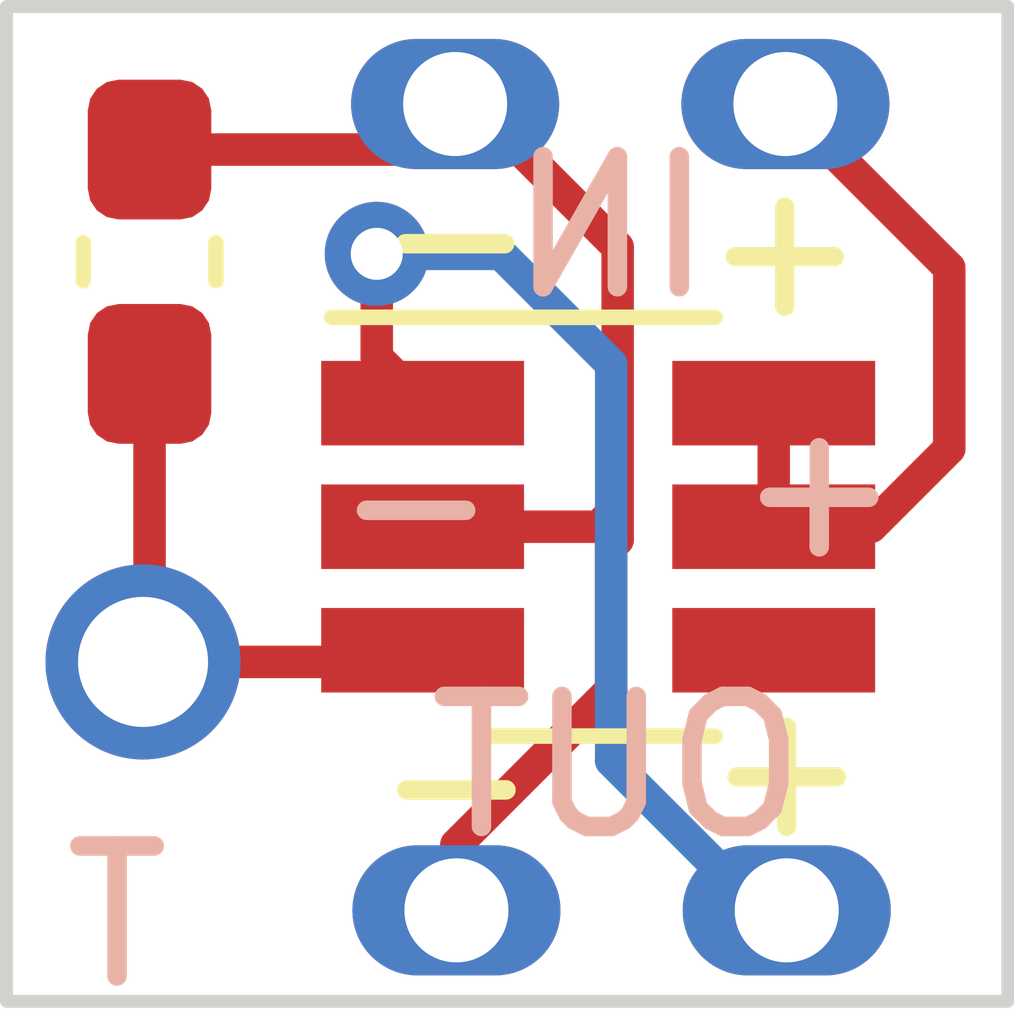
<source format=kicad_pcb>
(kicad_pcb (version 20211014) (generator pcbnew)
  (layers (0 "F.Cu" signal) (31 "B.Cu" signal) (34 "B.Paste" user) (35 "F.Paste" user) (36 "B.SilkS" user "B.Silkscreen") (37 "F.SilkS" user "F.Silkscreen") (38 "B.Mask" user) (39 "F.Mask" user) (44 "Edge.Cuts" user))
  (net 0 "")
  (net 1 "Net-(C1-Pad1)")
  (net 2 "Net-(C1-Pad2)")
  (net 3 "Net-(U1-Pad2)")
  (net 4 "Net-(U2-Pad2)")
  (footprint "battery_connector_custom:vcc_gnd_2pin_custom_thin" (layer "F.Cu") (at 136.38 83.05)
    (fp_text reference "U1" hide)
    (fp_text value "battery_custom" hide)
    (fp_text user "+" (at 1.27 -1.1) (layer "F.SilkS"))
    (fp_text user "-" (at -1.27 -1) (layer "F.SilkS"))
    (pad "1" thru_hole oval (at -1.27 0) (size 1.6 1) (drill 0.8) (layers *.Cu *.Mask) (net 2 "Net-(C1-Pad2)"))
    (pad "2" thru_hole oval (at 1.27 0) (size 1.6 1) (drill 0.8) (layers *.Cu *.Mask) (net 3 "Net-(U1-Pad2)"))
  )
  (footprint "Package_TO_SOT_SMD:SOT-23-6_Handsoldering" (layer "F.Cu") (at 136.2 80.1)
    (fp_text reference "U3" hide)
    (fp_text value "ttp-223" hide)
    (fp_line (start -0.9 1.61) (end 0.9 1.61) (layer "F.SilkS") (width 0.12))
    (fp_line (start 0.9 -1.61) (end -2.05 -1.61) (layer "F.SilkS") (width 0.12))
    (pad "1" smd rect (at -1.35 -0.95) (size 1.56 0.65) (layers "F.Cu" "F.Paste" "F.Mask") (net 3 "Net-(U1-Pad2)"))
    (pad "2" smd rect (at -1.35 0) (size 1.56 0.65) (layers "F.Cu" "F.Paste" "F.Mask") (net 2 "Net-(C1-Pad2)"))
    (pad "3" smd rect (at -1.35 0.95) (size 1.56 0.65) (layers "F.Cu" "F.Paste" "F.Mask") (net 1 "Net-(C1-Pad1)"))
    (pad "4" smd rect (at 1.35 0.95) (size 1.56 0.65) (layers "F.Cu" "F.Paste" "F.Mask"))
    (pad "5" smd rect (at 1.35 0) (size 1.56 0.65) (layers "F.Cu" "F.Paste" "F.Mask") (net 4 "Net-(U2-Pad2)"))
    (pad "6" smd rect (at 1.35 -0.95) (size 1.56 0.65) (layers "F.Cu" "F.Paste" "F.Mask") (net 4 "Net-(U2-Pad2)"))
  )
  (footprint "battery_connector_custom:vcc_gnd_2pin_custom_thin" (layer "F.Cu") (at 136.37 76.85)
    (fp_text reference "U2" hide)
    (fp_text value "battery_custom" hide)
    (fp_text user "-" (at -1.27 1) (layer "F.SilkS"))
    (fp_text user "+" (at 1.26492 1.1) (layer "F.SilkS"))
    (pad "1" thru_hole oval (at -1.27 0) (size 1.6 1) (drill 0.8) (layers *.Cu *.Mask) (net 2 "Net-(C1-Pad2)"))
    (pad "2" thru_hole oval (at 1.27 0) (size 1.6 1) (drill 0.8) (layers *.Cu *.Mask) (net 4 "Net-(U2-Pad2)"))
  )
  (footprint "custom_connectors:1mm_test_point" (layer "F.Cu") (at 132.7 81.15)
    (fp_text reference "TP1" hide)
    (fp_text value "TestPoint" hide)
    (pad "1" thru_hole circle locked (at 0 -0.01016) (size 1.5 1.5) (drill 1) (layers *.Cu *.Mask) (net 1 "Net-(C1-Pad1)"))
  )
  (footprint "Capacitor_SMD:C_0603_1608Metric_Pad1.08x0.95mm_HandSolder" (layer "F.Cu") (at 132.75 78.0625 90)
    (fp_text reference "C1" hide)
    (fp_text value "C" hide)
    (fp_line (start -0.146267 0.51) (end 0.146267 0.51) (layer "F.SilkS") (width 0.12))
    (fp_line (start -0.146267 -0.51) (end 0.146267 -0.51) (layer "F.SilkS") (width 0.12))
    (pad "1" smd roundrect (at -0.8625 0 90) (size 1.075 0.95) (layers "F.Cu" "F.Paste" "F.Mask") (net 1 "Net-(C1-Pad1)"))
    (pad "2" smd roundrect (at 0.8625 0 90) (size 1.075 0.95) (layers "F.Cu" "F.Paste" "F.Mask") (net 2 "Net-(C1-Pad2)"))
  )
  (gr_rect (start 131.65 76.1) (end 139.35 83.75) (layer "Edge.Cuts") (width 0.1) (fill none))
  (gr_text "T" (at 132.5 83.1) (layer "B.SilkS") (effects (font (size 1 1))))
  (gr_text "OUT" (at 136.35 81.95) (layer "B.SilkS") (effects (font (size 1 1)) (justify mirror)))
  (gr_text "-" (at 134.8 79.9) (layer "B.SilkS") (effects (font (size 1 1)) (justify mirror)))
  (gr_text "IN" (at 136.3 77.8) (layer "B.SilkS") (effects (font (size 1 1)) (justify mirror)))
  (gr_text "+" (at 137.9 79.8) (layer "B.SilkS") (effects (font (size 1 1)) (justify mirror)))
  (gr_text "T" (at 132.5 83.1) (layer "F.SilkS") (effects (font (size 1 1))))
  (segment (start 134.76016 81.13984) (end 134.85 81.05) (width 0.25) (layer "F.Cu") (net 1))
  (segment (start 132.75 78.925) (end 132.75 81.08984) (width 0.25) (layer "F.Cu") (net 1))
  (segment (start 132.7 81.13984) (end 134.76016 81.13984) (width 0.25) (layer "F.Cu") (net 1))
  (segment (start 132.75 81.08984) (end 132.7 81.13984) (width 0.25) (layer "F.Cu") (net 1))
  (segment (start 136.3 81.355) (end 135.11 82.545) (width 0.25) (layer "F.Cu") (net 2))
  (segment (start 136.2 80.1) (end 136.3 80) (width 0.25) (layer "F.Cu") (net 2))
  (segment (start 134.75 77.2) (end 135.1 76.85) (width 0.25) (layer "F.Cu") (net 2))
  (segment (start 136.3 80) (end 136.3 80.25) (width 0.25) (layer "F.Cu") (net 2))
  (segment (start 135.25 76.85) (end 136.35 77.95) (width 0.25) (layer "F.Cu") (net 2))
  (segment (start 135.1 76.85) (end 135.25 76.85) (width 0.25) (layer "F.Cu") (net 2))
  (segment (start 135.11 82.545) (end 135.11 83.05) (width 0.25) (layer "F.Cu") (net 2))
  (segment (start 136.35 77.95) (end 136.35 80.2) (width 0.25) (layer "F.Cu") (net 2))
  (segment (start 132.75 77.2) (end 134.75 77.2) (width 0.25) (layer "F.Cu") (net 2))
  (segment (start 136.35 80.2) (end 136.3 80.25) (width 0.25) (layer "F.Cu") (net 2))
  (segment (start 136.3 80.25) (end 136.3 81.355) (width 0.25) (layer "F.Cu") (net 2))
  (segment (start 134.85 80.1) (end 136.2 80.1) (width 0.25) (layer "F.Cu") (net 2))
  (segment (start 134.497179 78.797179) (end 134.85 79.15) (width 0.25) (layer "F.Cu") (net 3))
  (segment (start 134.497179 78.00188) (end 134.497179 78.797179) (width 0.25) (layer "F.Cu") (net 3))
  (via (at 134.497179 78.00188) (size 0.8) (drill 0.4) (layers "F.Cu" "B.Cu") (net 3))
  (segment (start 137.45 83.05) (end 137.65 83.05) (width 0.25) (layer "B.Cu") (net 3))
  (segment (start 136.3 81.9) (end 137.45 83.05) (width 0.25) (layer "B.Cu") (net 3))
  (segment (start 135.45188 78.00188) (end 136.3 78.85) (width 0.25) (layer "B.Cu") (net 3))
  (segment (start 136.3 78.85) (end 136.3 81.9) (width 0.25) (layer "B.Cu") (net 3))
  (segment (start 134.497179 78.00188) (end 135.45188 78.00188) (width 0.25) (layer "B.Cu") (net 3))
  (segment (start 138.9 78.11) (end 138.9 79.5) (width 0.25) (layer "F.Cu") (net 4))
  (segment (start 137.55 79.15) (end 137.55 80.1) (width 0.25) (layer "F.Cu") (net 4))
  (segment (start 137.64 76.85) (end 138.9 78.11) (width 0.25) (layer "F.Cu") (net 4))
  (segment (start 138.9 79.5) (end 138.3 80.1) (width 0.25) (layer "F.Cu") (net 4))
  (segment (start 138.3 80.1) (end 137.55 80.1) (width 0.25) (layer "F.Cu") (net 4))
)
</source>
